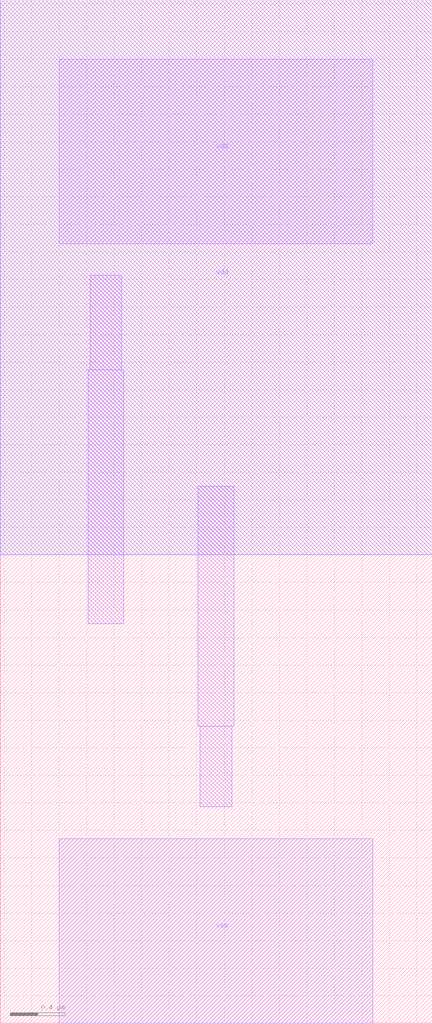
<source format=lef>
VERSION 5.7 ;
  NOWIREEXTENSIONATPIN ON ;
  DIVIDERCHAR "/" ;
  BUSBITCHARS "[]" ;
MACRO decap_w0
  CLASS BLOCK ;
  FOREIGN decap_w0 ;
  ORIGIN 0.430 0.000 ;
  SIZE 3.140 BY 7.430 ;
  PIN vss
    ANTENNADIFFAREA 1.399800 ;
    PORT
      LAYER Metal1 ;
        RECT 0.000 0.000 2.280 1.340 ;
    END
  END vss
  PIN vdd
    ANTENNADIFFAREA 1.487800 ;
    PORT
      LAYER Nwell ;
        RECT -0.430 3.400 2.710 7.430 ;
      LAYER Metal1 ;
        RECT 0.000 5.660 2.280 7.000 ;
    END
  END vdd
  OBS
      LAYER Metal1 ;
        RECT 0.225 4.745 0.455 5.430 ;
        RECT 0.210 2.900 0.470 4.745 ;
        RECT 1.010 2.155 1.270 3.900 ;
        RECT 1.025 1.570 1.255 2.155 ;
  END
END decap_w0
END LIBRARY


</source>
